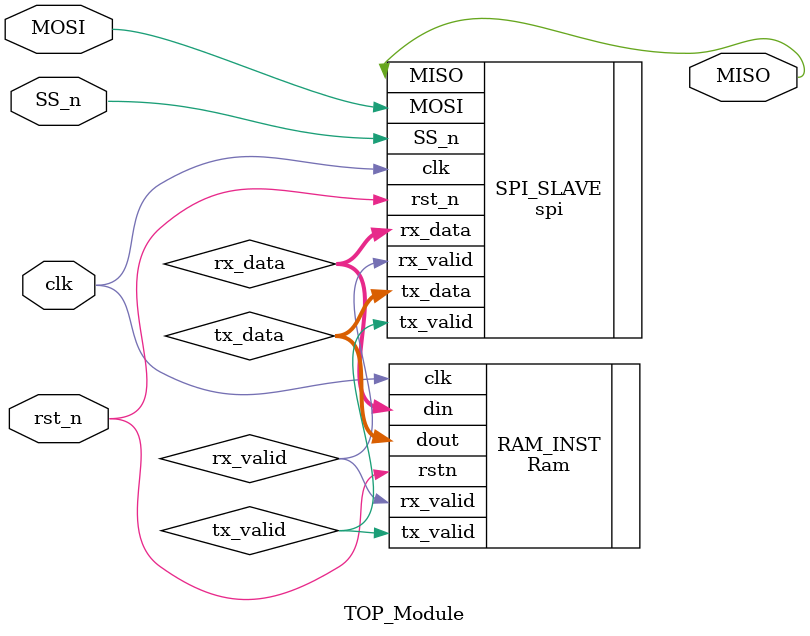
<source format=v>

module TOP_Module(MOSI,MISO,SS_n,clk,rst_n);

input MOSI,SS_n,clk,rst_n;
output MISO;

wire [9:0] rx_data;
wire rx_valid;
wire [7:0] tx_data;
wire tx_valid;

spi SPI_SLAVE (
    .MOSI(MOSI),
    .MISO(MISO),
    .SS_n(SS_n),
    .clk(clk),
    .rst_n(rst_n),
    .rx_data(rx_data),
    .rx_valid(rx_valid),
    .tx_data(tx_data),
    .tx_valid(tx_valid)
);

Ram RAM_INST (
    .clk(clk),
    .rstn(rst_n),
    .din(rx_data),
    .rx_valid(rx_valid),
    .dout(tx_data),
    .tx_valid(tx_valid)
);

endmodule
</source>
